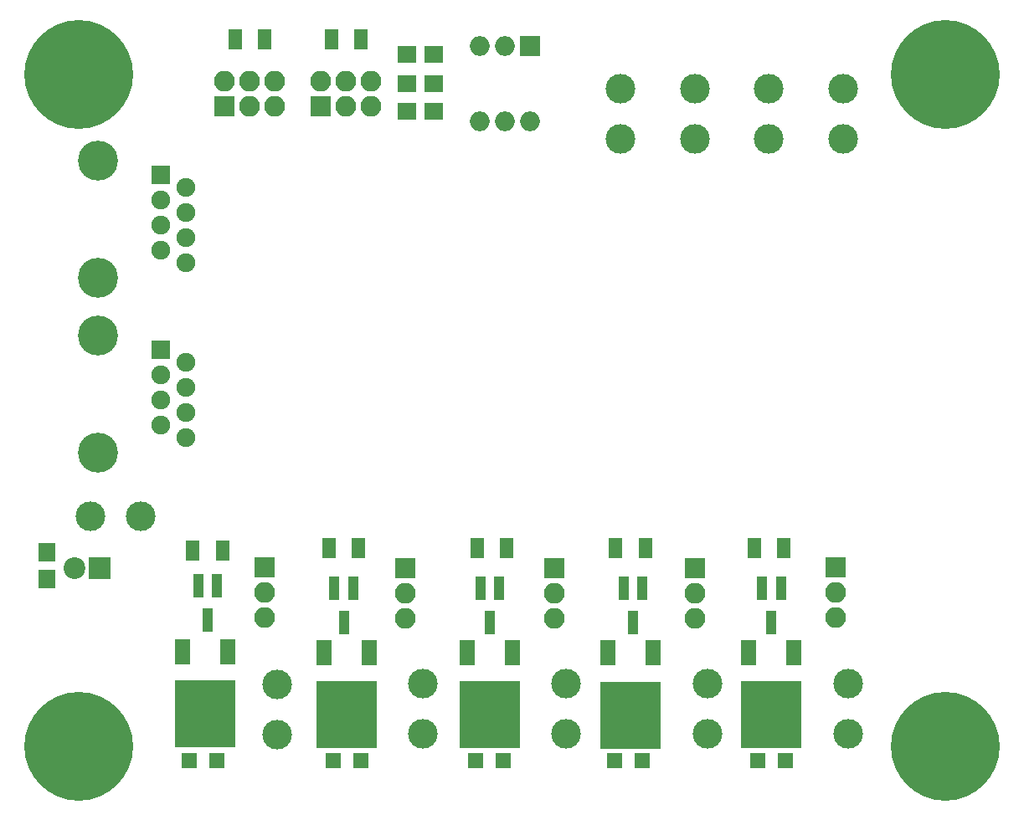
<source format=gts>
G04 #@! TF.GenerationSoftware,KiCad,Pcbnew,(2017-11-24 revision a01d81e)-master*
G04 #@! TF.CreationDate,2018-01-08T17:27:27+01:00*
G04 #@! TF.ProjectId,PWRCTRLBRD,5057524354524C4252442E6B69636164,rev?*
G04 #@! TF.SameCoordinates,Original*
G04 #@! TF.FileFunction,Soldermask,Top*
G04 #@! TF.FilePolarity,Negative*
%FSLAX46Y46*%
G04 Gerber Fmt 4.6, Leading zero omitted, Abs format (unit mm)*
G04 Created by KiCad (PCBNEW (2017-11-24 revision a01d81e)-master) date Monday '08en' 08. January 2018 'kl'. 17.27.27*
%MOMM*%
%LPD*%
G01*
G04 APERTURE LIST*
%ADD10C,1.300000*%
%ADD11C,11.000000*%
%ADD12C,4.050000*%
%ADD13R,1.900000X1.900000*%
%ADD14C,1.900000*%
%ADD15C,3.000000*%
%ADD16R,1.600000X2.600000*%
%ADD17R,6.200000X6.800000*%
%ADD18R,1.700000X1.900000*%
%ADD19R,1.900000X1.700000*%
%ADD20R,2.000000X2.000000*%
%ADD21O,2.000000X2.000000*%
%ADD22R,2.100000X2.100000*%
%ADD23O,2.100000X2.100000*%
%ADD24R,2.200000X2.200000*%
%ADD25C,2.200000*%
%ADD26R,1.500000X1.500000*%
%ADD27R,1.400000X2.000000*%
%ADD28R,1.050000X2.400000*%
G04 APERTURE END LIST*
D10*
X124834749Y-146881251D03*
X122024000Y-145717000D03*
X119213251Y-146881251D03*
X118049000Y-149692000D03*
X119213251Y-152502749D03*
X122024000Y-153667000D03*
X124834749Y-152502749D03*
X125999000Y-149692000D03*
D11*
X122024000Y-149692000D03*
X122024000Y-81692000D03*
D10*
X125999000Y-81692000D03*
X124834749Y-84502749D03*
X122024000Y-85667000D03*
X119213251Y-84502749D03*
X118049000Y-81692000D03*
X119213251Y-78881251D03*
X122024000Y-77717000D03*
X124834749Y-78881251D03*
X212434749Y-78881251D03*
X209624000Y-77717000D03*
X206813251Y-78881251D03*
X205649000Y-81692000D03*
X206813251Y-84502749D03*
X209624000Y-85667000D03*
X212434749Y-84502749D03*
X213599000Y-81692000D03*
D11*
X209624000Y-81692000D03*
D12*
X123974000Y-119992000D03*
X123974000Y-108122000D03*
D13*
X130324000Y-109612000D03*
D14*
X132864000Y-110882000D03*
X130324000Y-112152000D03*
X132864000Y-113422000D03*
X130324000Y-114692000D03*
X132864000Y-115962000D03*
X130324000Y-117232000D03*
X132864000Y-118502000D03*
D15*
X128324000Y-126442000D03*
X123244000Y-126442000D03*
X176824000Y-88272000D03*
X176824000Y-83192000D03*
X184324000Y-88272000D03*
X184324000Y-83192000D03*
X191824000Y-88272000D03*
X191824000Y-83192000D03*
X199324000Y-88272000D03*
X199324000Y-83192000D03*
X142074000Y-143442000D03*
X142074000Y-148522000D03*
D12*
X123974000Y-102282000D03*
X123974000Y-90412000D03*
D13*
X130324000Y-91902000D03*
D14*
X132864000Y-93172000D03*
X130324000Y-94442000D03*
X132864000Y-95712000D03*
X130324000Y-96982000D03*
X132864000Y-98252000D03*
X130324000Y-99522000D03*
X132864000Y-100792000D03*
D15*
X156824000Y-143362000D03*
X156824000Y-148442000D03*
X171324000Y-143362000D03*
X171324000Y-148442000D03*
X185574000Y-143362000D03*
X185574000Y-148442000D03*
X199824000Y-143362000D03*
X199824000Y-148442000D03*
D16*
X137104000Y-140142000D03*
X132544000Y-140142000D03*
D17*
X134824000Y-146442000D03*
D16*
X151379000Y-140217000D03*
X146819000Y-140217000D03*
D17*
X149099000Y-146517000D03*
D16*
X165879000Y-140217000D03*
X161319000Y-140217000D03*
D17*
X163599000Y-146517000D03*
D16*
X180104000Y-140242000D03*
X175544000Y-140242000D03*
D17*
X177824000Y-146542000D03*
D16*
X194329000Y-140217000D03*
X189769000Y-140217000D03*
D17*
X192049000Y-146517000D03*
D18*
X118824000Y-132792000D03*
X118824000Y-130092000D03*
D19*
X155224000Y-79692000D03*
X157924000Y-79692000D03*
X155224000Y-82692000D03*
X157924000Y-82692000D03*
X155224000Y-85442000D03*
X157924000Y-85442000D03*
D20*
X167614000Y-78822000D03*
D21*
X162534000Y-86442000D03*
X165074000Y-78822000D03*
X165074000Y-86442000D03*
X162534000Y-78822000D03*
X167614000Y-86442000D03*
D22*
X136744000Y-84942000D03*
D23*
X136744000Y-82402000D03*
X139284000Y-84942000D03*
X139284000Y-82402000D03*
X141824000Y-84942000D03*
X141824000Y-82402000D03*
D22*
X146494000Y-84942000D03*
D23*
X146494000Y-82402000D03*
X149034000Y-84942000D03*
X149034000Y-82402000D03*
X151574000Y-84942000D03*
X151574000Y-82402000D03*
D22*
X140824000Y-131612000D03*
D23*
X140824000Y-134152000D03*
X140824000Y-136692000D03*
D22*
X155074000Y-131652000D03*
D23*
X155074000Y-134192000D03*
X155074000Y-136732000D03*
D22*
X170074000Y-131652000D03*
D23*
X170074000Y-134192000D03*
X170074000Y-136732000D03*
D22*
X184324000Y-131652000D03*
D23*
X184324000Y-134192000D03*
X184324000Y-136732000D03*
D22*
X198574000Y-131612000D03*
D23*
X198574000Y-134152000D03*
X198574000Y-136692000D03*
D24*
X124114000Y-131692000D03*
D25*
X121574000Y-131692000D03*
D11*
X209624000Y-149692000D03*
D10*
X213599000Y-149692000D03*
X212434749Y-152502749D03*
X209624000Y-153667000D03*
X206813251Y-152502749D03*
X205649000Y-149692000D03*
X206813251Y-146881251D03*
X209624000Y-145717000D03*
X212434749Y-146881251D03*
D26*
X133224000Y-151192000D03*
X136024000Y-151192000D03*
X150524000Y-151192000D03*
X147724000Y-151192000D03*
X164974000Y-151192000D03*
X162174000Y-151192000D03*
X179024000Y-151192000D03*
X176224000Y-151192000D03*
X193474000Y-151192000D03*
X190674000Y-151192000D03*
D27*
X140824000Y-78192000D03*
X137824000Y-78192000D03*
X147574000Y-78192000D03*
X150574000Y-78192000D03*
D28*
X135074000Y-136902000D03*
X134124000Y-133482000D03*
X136024000Y-133482000D03*
X149774000Y-133732000D03*
X147874000Y-133732000D03*
X148824000Y-137152000D03*
X164524000Y-133732000D03*
X162624000Y-133732000D03*
X163574000Y-137152000D03*
X178074000Y-137152000D03*
X177124000Y-133732000D03*
X179024000Y-133732000D03*
X192074000Y-137152000D03*
X191124000Y-133732000D03*
X193024000Y-133732000D03*
D27*
X136574000Y-129942000D03*
X133574000Y-129942000D03*
X147324000Y-129692000D03*
X150324000Y-129692000D03*
X165324000Y-129692000D03*
X162324000Y-129692000D03*
X176324000Y-129692000D03*
X179324000Y-129692000D03*
X193324000Y-129692000D03*
X190324000Y-129692000D03*
M02*

</source>
